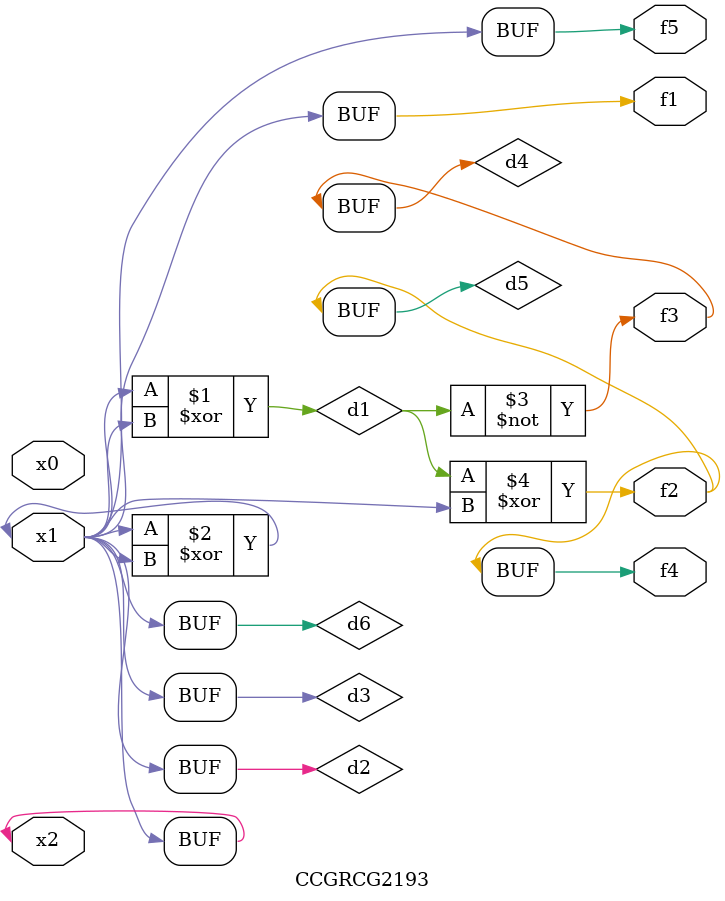
<source format=v>
module CCGRCG2193(
	input x0, x1, x2,
	output f1, f2, f3, f4, f5
);

	wire d1, d2, d3, d4, d5, d6;

	xor (d1, x1, x2);
	buf (d2, x1, x2);
	xor (d3, x1, x2);
	nor (d4, d1);
	xor (d5, d1, d2);
	buf (d6, d2, d3);
	assign f1 = d6;
	assign f2 = d5;
	assign f3 = d4;
	assign f4 = d5;
	assign f5 = d6;
endmodule

</source>
